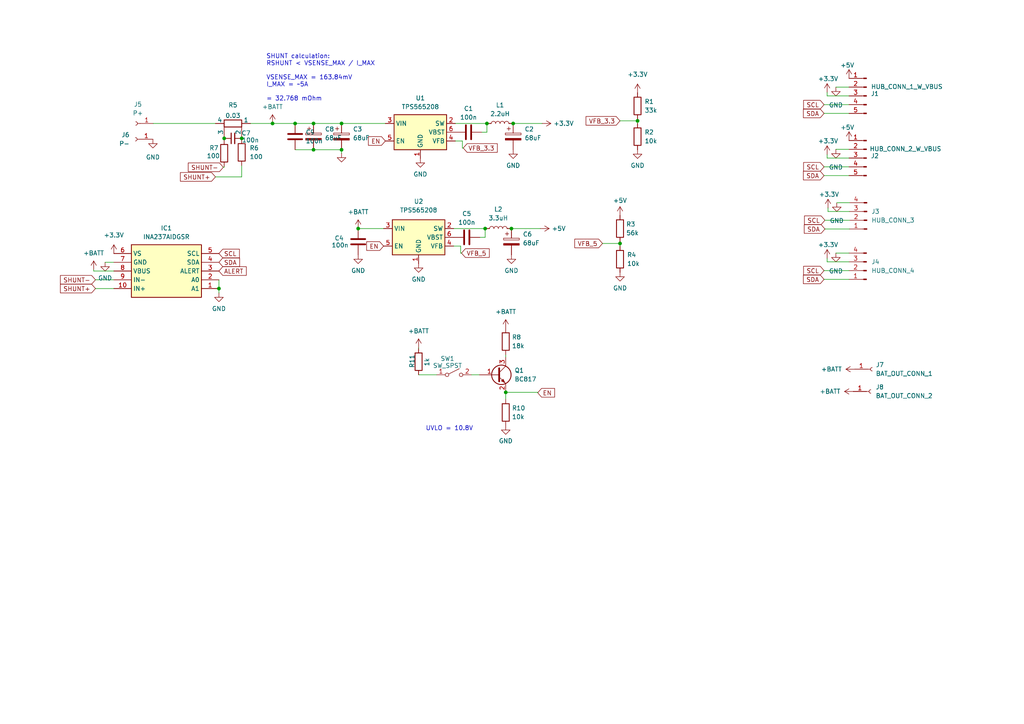
<source format=kicad_sch>
(kicad_sch (version 20230121) (generator eeschema)
  (paper "A4")
  (lib_symbols
    (symbol "Connector:Conn_01x01_Socket" (pin_names (offset 1.016) hide)
      (property "Reference" "J" (at 0 2.54 0))
      (property "Value" "Conn_01x01_Socket" (at 0 -2.54 0))
      (symbol "Conn_01x01_Socket_1_1"
        (polyline (pts (xy -1.27 0) (xy -0.508 0)) (stroke (width 0.1524)))
        (arc (start 0 0.508) (mid -0.5058 0) (end 0 -0.508) (stroke (width 0.1524)))
        (pin passive line (at -5.08 0 0) (length 3.81) (name "Pin_1") (number "1"))
      )
    )
    (symbol "Connector:Conn_01x04_Pin" (pin_names (offset 1.016) hide)
      (property "Reference" "J" (at 0 5.08 0))
      (property "Value" "Conn_01x04_Pin" (at 0 -7.62 0))
      (symbol "Conn_01x04_Pin_1_1"
        (polyline (pts (xy 1.27 -5.08) (xy 0.8636 -5.08)) (stroke (width 0.1524)))
        (polyline (pts (xy 1.27 -2.54) (xy 0.8636 -2.54)) (stroke (width 0.1524)))
        (polyline (pts (xy 1.27 0) (xy 0.8636 0)) (stroke (width 0.1524)))
        (polyline (pts (xy 1.27 2.54) (xy 0.8636 2.54)) (stroke (width 0.1524)))
        (rectangle (start 0.8636 -4.953) (end 0 -5.207) (stroke (width 0.1524)) (fill (type outline)))
        (rectangle (start 0.8636 -2.413) (end 0 -2.667) (stroke (width 0.1524)) (fill (type outline)))
        (rectangle (start 0.8636 0.127) (end 0 -0.127) (stroke (width 0.1524)) (fill (type outline)))
        (rectangle (start 0.8636 2.667) (end 0 2.413) (stroke (width 0.1524)) (fill (type outline)))
        (pin passive line (at 5.08 2.54 180) (length 3.81) (name "Pin_1") (number "1"))
        (pin passive line (at 5.08 0 180) (length 3.81) (name "Pin_2") (number "2"))
        (pin passive line (at 5.08 -2.54 180) (length 3.81) (name "Pin_3") (number "3"))
        (pin passive line (at 5.08 -5.08 180) (length 3.81) (name "Pin_4") (number "4"))
      )
    )
    (symbol "Connector:Conn_01x05_Pin" (pin_names (offset 1.016) hide)
      (property "Reference" "J" (at 0 7.62 0))
      (property "Value" "Conn_01x05_Pin" (at 0 -7.62 0))
      (symbol "Conn_01x05_Pin_1_1"
        (polyline (pts (xy 1.27 -5.08) (xy 0.8636 -5.08)) (stroke (width 0.1524)))
        (polyline (pts (xy 1.27 -2.54) (xy 0.8636 -2.54)) (stroke (width 0.1524)))
        (polyline (pts (xy 1.27 0) (xy 0.8636 0)) (stroke (width 0.1524)))
        (polyline (pts (xy 1.27 2.54) (xy 0.8636 2.54)) (stroke (width 0.1524)))
        (polyline (pts (xy 1.27 5.08) (xy 0.8636 5.08)) (stroke (width 0.1524)))
        (rectangle (start 0.8636 -4.953) (end 0 -5.207) (stroke (width 0.1524)) (fill (type outline)))
        (rectangle (start 0.8636 -2.413) (end 0 -2.667) (stroke (width 0.1524)) (fill (type outline)))
        (rectangle (start 0.8636 0.127) (end 0 -0.127) (stroke (width 0.1524)) (fill (type outline)))
        (rectangle (start 0.8636 2.667) (end 0 2.413) (stroke (width 0.1524)) (fill (type outline)))
        (rectangle (start 0.8636 5.207) (end 0 4.953) (stroke (width 0.1524)) (fill (type outline)))
        (pin passive line (at 5.08 5.08 180) (length 3.81) (name "Pin_1") (number "1"))
        (pin passive line (at 5.08 2.54 180) (length 3.81) (name "Pin_2") (number "2"))
        (pin passive line (at 5.08 0 180) (length 3.81) (name "Pin_3") (number "3"))
        (pin passive line (at 5.08 -2.54 180) (length 3.81) (name "Pin_4") (number "4"))
        (pin passive line (at 5.08 -5.08 180) (length 3.81) (name "Pin_5") (number "5"))
      )
    )
    (symbol "Device:C" (pin_numbers hide) (pin_names (offset 0.254))
      (property "Reference" "C" (at 0.635 2.54 0))
      (property "Value" "C" (at 0.635 -2.54 0))
      (symbol "C_0_1"
        (polyline (pts (xy -2.032 -0.762) (xy 2.032 -0.762)) (stroke (width 0.508)))
        (polyline (pts (xy -2.032 0.762) (xy 2.032 0.762)) (stroke (width 0.508)))
      )
      (symbol "C_1_1"
        (pin passive line (at 0 3.81 270) (length 2.794) (name "~") (number "1"))
        (pin passive line (at 0 -3.81 90) (length 2.794) (name "~") (number "2"))
      )
    )
    (symbol "Device:C_Polarized" (pin_numbers hide) (pin_names (offset 0.254))
      (property "Reference" "C" (at 0.635 2.54 0))
      (property "Value" "C_Polarized" (at 0.635 -2.54 0))
      (symbol "C_Polarized_0_1"
        (rectangle (start -2.286 0.508) (end 2.286 1.016))
        (polyline (pts (xy -1.778 2.286) (xy -0.762 2.286)))
        (polyline (pts (xy -1.27 2.794) (xy -1.27 1.778)))
        (rectangle (start 2.286 -0.508) (end -2.286 -1.016) (fill (type outline)))
      )
      (symbol "C_Polarized_1_1"
        (pin passive line (at 0 3.81 270) (length 2.794) (name "~") (number "1"))
        (pin passive line (at 0 -3.81 90) (length 2.794) (name "~") (number "2"))
      )
    )
    (symbol "Device:C_Small" (pin_numbers hide) (pin_names (offset 0.254) hide)
      (property "Reference" "C" (at 0.254 1.778 0))
      (property "Value" "C_Small" (at 0.254 -2.032 0))
      (symbol "C_Small_0_1"
        (polyline (pts (xy -1.524 -0.508) (xy 1.524 -0.508)) (stroke (width 0.3302)))
        (polyline (pts (xy -1.524 0.508) (xy 1.524 0.508)) (stroke (width 0.3048)))
      )
      (symbol "C_Small_1_1"
        (pin passive line (at 0 2.54 270) (length 2.032) (name "~") (number "1"))
        (pin passive line (at 0 -2.54 90) (length 2.032) (name "~") (number "2"))
      )
    )
    (symbol "Device:L" (pin_numbers hide) (pin_names (offset 1.016) hide)
      (property "Reference" "L" (at -1.27 0 90))
      (property "Value" "L" (at 1.905 0 90))
      (symbol "L_0_1"
        (arc (start 0 -2.54) (mid 0.6323 -1.905) (end 0 -1.27))
        (arc (start 0 -1.27) (mid 0.6323 -0.635) (end 0 0))
        (arc (start 0 0) (mid 0.6323 0.635) (end 0 1.27))
        (arc (start 0 1.27) (mid 0.6323 1.905) (end 0 2.54))
      )
      (symbol "L_1_1"
        (pin passive line (at 0 3.81 270) (length 1.27) (name "1") (number "1"))
        (pin passive line (at 0 -3.81 90) (length 1.27) (name "2") (number "2"))
      )
    )
    (symbol "Device:R" (pin_numbers hide) (pin_names (offset 0))
      (property "Reference" "R" (at 2.032 0 90))
      (property "Value" "R" (at 0 0 90))
      (symbol "R_0_1"
        (rectangle (start -1.016 -2.54) (end 1.016 2.54) (stroke (width 0.254)))
      )
      (symbol "R_1_1"
        (pin passive line (at 0 3.81 270) (length 1.27) (name "~") (number "1"))
        (pin passive line (at 0 -3.81 90) (length 1.27) (name "~") (number "2"))
      )
    )
    (symbol "Device:R_Shunt" (pin_numbers hide) (pin_names (offset 0))
      (property "Reference" "R" (at -4.445 0 90))
      (property "Value" "R_Shunt" (at -2.54 0 90))
      (symbol "R_Shunt_0_1"
        (rectangle (start -1.016 -2.54) (end 1.016 2.54) (stroke (width 0.254)))
        (polyline (pts (xy 0 -2.54) (xy 1.27 -2.54)))
        (polyline (pts (xy 1.27 2.54) (xy 0 2.54)))
      )
      (symbol "R_Shunt_1_1"
        (pin passive line (at 0 5.08 270) (length 2.54) (name "1") (number "1"))
        (pin passive line (at 3.81 2.54 180) (length 2.54) (name "2") (number "2"))
        (pin passive line (at 3.81 -2.54 180) (length 2.54) (name "3") (number "3"))
        (pin passive line (at 0 -5.08 90) (length 2.54) (name "4") (number "4"))
      )
    )
    (symbol "PowerHub_libs:INA237AIDGSR"
      (property "Reference" "IC" (at 26.67 7.62 0))
      (property "Value" "INA237AIDGSR" (at 26.67 5.08 0))
      (symbol "INA237AIDGSR_1_1"
        (rectangle (start 5.08 2.54) (end 25.4 -12.7) (stroke (width 0.254)) (fill (type background)))
        (pin input line (at 0 0 0) (length 5.08) (name "A1") (number "1"))
        (pin input line (at 30.48 0 180) (length 5.08) (name "IN+") (number "10"))
        (pin input line (at 0 -2.54 0) (length 5.08) (name "A0") (number "2"))
        (pin output line (at 0 -5.08 0) (length 5.08) (name "ALERT") (number "3"))
        (pin bidirectional line (at 0 -7.62 0) (length 5.08) (name "SDA") (number "4"))
        (pin input line (at 0 -10.16 0) (length 5.08) (name "SCL") (number "5"))
        (pin power_in line (at 30.48 -10.16 180) (length 5.08) (name "VS") (number "6"))
        (pin power_in line (at 30.48 -7.62 180) (length 5.08) (name "GND") (number "7"))
        (pin input line (at 30.48 -5.08 180) (length 5.08) (name "VBUS") (number "8"))
        (pin input line (at 30.48 -2.54 180) (length 5.08) (name "IN-") (number "9"))
      )
    )
    (symbol "Regulator_Switching:TPS565208"
      (property "Reference" "U" (at -7.62 6.35 0))
      (property "Value" "TPS565208" (at -2.54 6.35 0))
      (symbol "TPS565208_0_1"
        (rectangle (start -7.62 5.08) (end 7.62 -5.08) (stroke (width 0.254)) (fill (type background)))
      )
      (symbol "TPS565208_1_1"
        (pin power_in line (at 0 -7.62 90) (length 2.54) (name "GND") (number "1"))
        (pin output line (at 10.16 2.54 180) (length 2.54) (name "SW") (number "2"))
        (pin power_in line (at -10.16 2.54 0) (length 2.54) (name "VIN") (number "3"))
        (pin input line (at 10.16 -2.54 180) (length 2.54) (name "VFB") (number "4"))
        (pin input line (at -10.16 -2.54 0) (length 2.54) (name "EN") (number "5"))
        (pin passive line (at 10.16 0 180) (length 2.54) (name "VBST") (number "6"))
      )
    )
    (symbol "Switch:SW_SPST" (pin_names (offset 0) hide)
      (property "Reference" "SW" (at 0 3.175 0))
      (property "Value" "SW_SPST" (at 0 -2.54 0))
      (symbol "SW_SPST_0_0"
        (circle (center -2.032 0) (radius 0.508))
        (polyline (pts (xy -1.524 0.254) (xy 1.524 1.778)))
        (circle (center 2.032 0) (radius 0.508))
      )
      (symbol "SW_SPST_1_1"
        (pin passive line (at -5.08 0 0) (length 2.54) (name "A") (number "1"))
        (pin passive line (at 5.08 0 180) (length 2.54) (name "B") (number "2"))
      )
    )
    (symbol "Transistor_BJT:BC817" (pin_names (offset 0) hide)
      (property "Reference" "Q" (at 5.08 1.905 0))
      (property "Value" "BC817" (at 5.08 0 0))
      (symbol "BC817_0_1"
        (polyline (pts (xy 0.635 0.635) (xy 2.54 2.54)))
        (polyline (pts (xy 0.635 -0.635) (xy 2.54 -2.54) (xy 2.54 -2.54)))
        (polyline (pts (xy 0.635 1.905) (xy 0.635 -1.905) (xy 0.635 -1.905)) (stroke (width 0.508)))
        (polyline (pts (xy 1.27 -1.778) (xy 1.778 -1.27) (xy 2.286 -2.286) (xy 1.27 -1.778) (xy 1.27 -1.778)) (fill (type outline)))
        (circle (center 1.27 0) (radius 2.8194) (stroke (width 0.254)))
      )
      (symbol "BC817_1_1"
        (pin input line (at -5.08 0 0) (length 5.715) (name "B") (number "1"))
        (pin passive line (at 2.54 -5.08 90) (length 2.54) (name "E") (number "2"))
        (pin passive line (at 2.54 5.08 270) (length 2.54) (name "C") (number "3"))
      )
    )
    (symbol "power:+3.3V" (power) (pin_names (offset 0))
      (property "Value" "+3.3V" (at 0 3.556 0))
      (symbol "+3.3V_0_1"
        (polyline (pts (xy -0.762 1.27) (xy 0 2.54)))
        (polyline (pts (xy 0 0) (xy 0 2.54)))
        (polyline (pts (xy 0 2.54) (xy 0.762 1.27)))
      )
      (symbol "+3.3V_1_1"
        (pin power_in line (at 0 0 90) (length 0) hide (name "+3.3V") (number "1"))
      )
    )
    (symbol "power:+5V" (power) (pin_names (offset 0))
      (property "Value" "+5V" (at 0 3.556 0))
      (symbol "+5V_0_1"
        (polyline (pts (xy -0.762 1.27) (xy 0 2.54)))
        (polyline (pts (xy 0 0) (xy 0 2.54)))
        (polyline (pts (xy 0 2.54) (xy 0.762 1.27)))
      )
      (symbol "+5V_1_1"
        (pin power_in line (at 0 0 90) (length 0) hide (name "+5V") (number "1"))
      )
    )
    (symbol "power:+BATT" (power) (pin_names (offset 0))
      (property "Value" "+BATT" (at 0 3.556 0))
      (symbol "+BATT_0_1"
        (polyline (pts (xy -0.762 1.27) (xy 0 2.54)))
        (polyline (pts (xy 0 0) (xy 0 2.54)))
        (polyline (pts (xy 0 2.54) (xy 0.762 1.27)))
      )
      (symbol "+BATT_1_1"
        (pin power_in line (at 0 0 90) (length 0) hide (name "+BATT") (number "1"))
      )
    )
    (symbol "power:GND" (power) (pin_names (offset 0))
      (property "Value" "GND" (at 0 -3.81 0))
      (symbol "GND_0_1"
        (polyline (pts (xy 0 0) (xy 0 -1.27) (xy 1.27 -1.27) (xy 0 -2.54) (xy -1.27 -1.27) (xy 0 -1.27)))
      )
      (symbol "GND_1_1"
        (pin power_in line (at 0 0 270) (length 0) hide (name "GND") (number "1"))
      )
    )
  )
  (junction (at 148.844 35.814))
  (junction (at 146.685 113.792))
  (junction (at 99.06 43.434))
  (junction (at 99.06 35.814))
  (junction (at 63.5 83.693))
  (junction (at 65.024 40.132))
  (junction (at 141.224 35.814))
  (junction (at 148.336 66.294))
  (junction (at 179.832 70.612))
  (junction (at 184.912 35.052))
  (junction (at 140.716 66.294))
  (junction (at 85.598 35.814))
  (junction (at 90.932 35.814))
  (junction (at 79.0448 35.814))
  (junction (at 103.886 66.294))
  (junction (at 70.104 40.132))
  (junction (at 90.932 43.434))
  (wire (pts (xy 132.08 35.814) (xy 141.224 35.814)))
  (wire (pts (xy 146.685 113.792) (xy 146.685 115.824)))
  (wire (pts (xy 246.253 27.813) (xy 239.903 27.813)))
  (wire (pts (xy 239.268 63.881) (xy 246.38 63.881)))
  (wire (pts (xy 246.253 78.486) (xy 239.014 78.486)))
  (wire (pts (xy 64.77 48.514) (xy 65.024 48.514)))
  (wire (pts (xy 44.45 35.814) (xy 62.484 35.814)))
  (wire (pts (xy 99.06 43.434) (xy 99.06 44.45)))
  (wire (pts (xy 239.268 66.421) (xy 246.38 66.421)))
  (wire (pts (xy 242.443 25.273) (xy 246.253 25.273)))
  (wire (pts (xy 70.104 40.386) (xy 70.104 40.132)))
  (wire (pts (xy 131.572 66.294) (xy 140.716 66.294)))
  (wire (pts (xy 133.604 71.374) (xy 131.572 71.374)))
  (wire (pts (xy 239.014 32.893) (xy 246.253 32.893)))
  (wire (pts (xy 133.604 73.406) (xy 133.604 71.374)))
  (wire (pts (xy 121.412 100.838) (xy 121.412 101.092)))
  (wire (pts (xy 65.024 40.64) (xy 65.024 40.132)))
  (wire (pts (xy 140.716 68.834) (xy 140.716 66.294)))
  (wire (pts (xy 134.112 42.926) (xy 134.366 42.926)))
  (wire (pts (xy 70.104 40.132) (xy 70.104 39.624)))
  (wire (pts (xy 239.903 75.946) (xy 239.903 74.93)))
  (wire (pts (xy 242.697 58.801) (xy 246.38 58.801)))
  (wire (pts (xy 85.598 43.434) (xy 90.932 43.434)))
  (wire (pts (xy 30.48 76.073) (xy 33.02 76.073)))
  (wire (pts (xy 121.412 108.712) (xy 126.619 108.712)))
  (wire (pts (xy 79.0448 35.814) (xy 85.598 35.814)))
  (wire (pts (xy 27.686 83.693) (xy 33.02 83.693)))
  (wire (pts (xy 246.253 30.353) (xy 239.014 30.353)))
  (wire (pts (xy 246.253 48.387) (xy 239.014 48.387)))
  (wire (pts (xy 62.484 51.308) (xy 70.104 51.308)))
  (wire (pts (xy 239.903 27.813) (xy 239.903 26.797)))
  (wire (pts (xy 139.7 38.354) (xy 141.224 38.354)))
  (wire (pts (xy 134.112 40.894) (xy 132.08 40.894)))
  (wire (pts (xy 239.014 50.927) (xy 246.253 50.927)))
  (wire (pts (xy 179.832 70.612) (xy 179.832 71.374)))
  (wire (pts (xy 139.192 68.834) (xy 140.716 68.834)))
  (wire (pts (xy 90.932 43.434) (xy 99.06 43.434)))
  (wire (pts (xy 246.253 45.847) (xy 239.903 45.847)))
  (wire (pts (xy 65.024 40.132) (xy 65.024 39.624)))
  (wire (pts (xy 63.5 81.153) (xy 63.5 83.693)))
  (wire (pts (xy 146.685 103.632) (xy 146.685 102.87)))
  (wire (pts (xy 27.178 78.232) (xy 27.178 78.613)))
  (wire (pts (xy 63.5 83.693) (xy 63.5 84.963)))
  (wire (pts (xy 27.686 81.153) (xy 33.02 81.153)))
  (wire (pts (xy 155.956 113.919) (xy 155.956 113.792)))
  (wire (pts (xy 240.157 61.341) (xy 246.38 61.341)))
  (wire (pts (xy 240.157 61.341) (xy 240.157 60.325)))
  (wire (pts (xy 239.903 45.847) (xy 239.903 44.831)))
  (wire (pts (xy 72.644 35.814) (xy 79.0448 35.814)))
  (wire (pts (xy 155.956 113.792) (xy 146.685 113.792)))
  (wire (pts (xy 179.832 35.052) (xy 184.912 35.052)))
  (wire (pts (xy 99.06 35.814) (xy 111.76 35.814)))
  (wire (pts (xy 157.226 35.814) (xy 148.844 35.814)))
  (wire (pts (xy 85.598 35.814) (xy 90.932 35.814)))
  (wire (pts (xy 90.932 35.814) (xy 99.06 35.814)))
  (wire (pts (xy 27.178 78.613) (xy 33.02 78.613)))
  (wire (pts (xy 103.886 66.294) (xy 111.252 66.294)))
  (wire (pts (xy 65.024 48.514) (xy 65.024 48.26)))
  (wire (pts (xy 156.718 66.294) (xy 148.336 66.294)))
  (wire (pts (xy 133.604 73.406) (xy 133.858 73.406)))
  (wire (pts (xy 184.912 34.544) (xy 184.912 35.052)))
  (wire (pts (xy 184.912 35.052) (xy 184.912 35.814)))
  (wire (pts (xy 179.832 70.104) (xy 179.832 70.612)))
  (wire (pts (xy 242.443 43.307) (xy 246.253 43.307)))
  (wire (pts (xy 70.104 51.308) (xy 70.104 48.006)))
  (wire (pts (xy 134.112 42.926) (xy 134.112 40.894)))
  (wire (pts (xy 139.065 108.712) (xy 136.779 108.712)))
  (wire (pts (xy 239.014 81.026) (xy 246.253 81.026)))
  (wire (pts (xy 246.253 75.946) (xy 239.903 75.946)))
  (wire (pts (xy 141.224 38.354) (xy 141.224 35.814)))
  (wire (pts (xy 242.443 73.406) (xy 246.253 73.406)))
  (wire (pts (xy 174.752 70.612) (xy 179.832 70.612)))
  (text "UVLO = 10.8V" (at 123.444 125.095 0) (effects (font (size 1.27 1.27)) (justify left bottom)))
  (text "SHUNT calculation:\nRSHUNT < VSENSE_MAX / I_MAX\n\nVSENSE_MAX = 163.84mV\nI_MAX = ~5A\n\n= 32.768 mOhm" (at 77.216 29.464 0) (effects (font (size 1.27 1.27)) (justify left bottom)))
  (global_label "SCL" (shape input) (at 239.014 30.353 180) (property "Intersheetrefs" "${INTERSHEET_REFS}" (effects hide)))
  (global_label "VFB_5" (shape input) (at 174.752 70.612 180) (property "Intersheetrefs" "${INTERSHEET_REFS}" (effects hide)))
  (global_label "SHUNT-" (shape input) (at 27.686 81.153 180) (property "Intersheetrefs" "${INTERSHEET_REFS}" (effects hide)))
  (global_label "SCL" (shape input) (at 239.014 78.486 180) (property "Intersheetrefs" "${INTERSHEET_REFS}" (effects hide)))
  (global_label "SDA" (shape input) (at 239.014 50.927 180) (property "Intersheetrefs" "${INTERSHEET_REFS}" (effects hide)))
  (global_label "VFB_3.3" (shape input) (at 134.366 42.926 0) (property "Intersheetrefs" "${INTERSHEET_REFS}" (effects hide)))
  (global_label "SDA" (shape input) (at 63.5 76.073 0) (property "Intersheetrefs" "${INTERSHEET_REFS}" (effects hide)))
  (global_label "SDA" (shape input) (at 239.014 81.026 180) (property "Intersheetrefs" "${INTERSHEET_REFS}" (effects hide)))
  (global_label "SHUNT+" (shape input) (at 27.686 83.693 180) (property "Intersheetrefs" "${INTERSHEET_REFS}" (effects hide)))
  (global_label "SCL" (shape input) (at 239.268 63.881 180) (property "Intersheetrefs" "${INTERSHEET_REFS}" (effects hide)))
  (global_label "EN" (shape input) (at 111.252 71.374 180) (property "Intersheetrefs" "${INTERSHEET_REFS}" (effects hide)))
  (global_label "SDA" (shape input) (at 239.268 66.421 180) (property "Intersheetrefs" "${INTERSHEET_REFS}" (effects hide)))
  (global_label "SDA" (shape input) (at 239.014 32.893 180) (property "Intersheetrefs" "${INTERSHEET_REFS}" (effects hide)))
  (global_label "SHUNT+" (shape input) (at 62.484 51.308 180) (property "Intersheetrefs" "${INTERSHEET_REFS}" (effects hide)))
  (global_label "EN" (shape input) (at 111.76 40.894 180) (property "Intersheetrefs" "${INTERSHEET_REFS}" (effects hide)))
  (global_label "EN" (shape input) (at 155.956 113.919 0) (property "Intersheetrefs" "${INTERSHEET_REFS}" (effects hide)))
  (global_label "SHUNT-" (shape input) (at 64.77 48.514 180) (property "Intersheetrefs" "${INTERSHEET_REFS}" (effects hide)))
  (global_label "VFB_5" (shape input) (at 133.858 73.406 0) (property "Intersheetrefs" "${INTERSHEET_REFS}" (effects hide)))
  (global_label "VFB_3.3" (shape input) (at 179.832 35.052 180) (property "Intersheetrefs" "${INTERSHEET_REFS}" (effects hide)))
  (global_label "SCL" (shape input) (at 63.5 73.533 0) (property "Intersheetrefs" "${INTERSHEET_REFS}" (effects hide)))
  (global_label "ALERT" (shape input) (at 63.5 78.613 0) (property "Intersheetrefs" "${INTERSHEET_REFS}" (effects hide)))
  (global_label "SCL" (shape input) (at 239.014 48.387 180) (property "Intersheetrefs" "${INTERSHEET_REFS}" (effects hide)))
  (symbol (lib_id "Regulator_Switching:TPS565208") (at 121.92 38.354 0) (unit 1)
    (property "Reference" "U1" (at 121.92 28.448 0))
    (property "Value" "TPS565208" (at 121.92 30.988 0))
    (property "Footprint" "Package_TO_SOT_SMD:SOT-23-6" (effects hide))
    (property "Datasheet" "http://www.ti.com/lit/ds/symlink/tps565208.pdf" (effects hide))
  )
  (symbol (lib_id "power:GND") (at 121.92 45.974 0) (unit 1)
    (property "Reference" "#PWR02" (effects hide))
    (property "Value" "GND" (at 121.92 50.546 0))
  )
  (symbol (lib_id "Connector:Conn_01x05_Pin") (at 251.333 27.813 0) (mirror y) (unit 1)
    (property "Reference" "J1" (at 253.746 27.178 0))
    (property "Value" "HUB_CONN_1_W_VBUS" (at 263.017 25.146 0))
  )
  (symbol (lib_id "Connector:Conn_01x04_Pin") (at 251.333 78.486 180) (unit 1)
    (property "Reference" "J4" (at 252.73 75.946 0) (effects (justify right)))
    (property "Value" "HUB_CONN_4" (at 252.73 78.486 0) (effects (justify right)))
  )
  (symbol (lib_id "Switch:SW_SPST") (at 131.699 108.712 0) (unit 1)
    (property "Reference" "SW1" (at 129.794 104.013 0))
    (property "Value" "SW_SPST" (at 129.794 106.045 0))
  )
  (symbol (lib_id "Device:R") (at 146.685 99.06 0) (unit 1)
    (property "Reference" "R8" (at 148.463 97.79 0) (effects (justify left)))
    (property "Value" "18k" (at 148.463 100.33 0) (effects (justify left)))
  )
  (symbol (lib_id "Device:R") (at 184.912 39.624 0) (unit 1)
    (property "Reference" "R2" (at 186.944 38.354 0) (effects (justify left)))
    (property "Value" "10k" (at 186.944 40.894 0) (effects (justify left)))
  )
  (symbol (lib_id "Connector:Conn_01x04_Pin") (at 251.46 63.881 180) (unit 1)
    (property "Reference" "J3" (at 252.73 61.341 0) (effects (justify right)))
    (property "Value" "HUB_CONN_3" (at 252.73 63.881 0) (effects (justify right)))
  )
  (symbol (lib_id "power:GND") (at 148.336 73.914 0) (unit 1)
    (property "Reference" "#PWR011" (effects hide))
    (property "Value" "GND" (at 148.336 78.486 0))
  )
  (symbol (lib_id "Device:R") (at 179.832 66.294 0) (unit 1)
    (property "Reference" "R3" (at 181.61 65.024 0) (effects (justify left)))
    (property "Value" "56k" (at 181.61 67.564 0) (effects (justify left)))
  )
  (symbol (lib_id "power:GND") (at 242.697 58.801 0) (unit 1)
    (property "Reference" "#PWR027" (effects hide))
    (property "Value" "GND" (at 242.697 64.008 0))
  )
  (symbol (lib_id "power:GND") (at 146.685 123.444 0) (unit 1)
    (property "Reference" "#PWR08" (effects hide))
    (property "Value" "GND" (at 146.685 127.889 0))
  )
  (symbol (lib_id "power:GND") (at 242.443 73.406 0) (unit 1)
    (property "Reference" "#PWR029" (effects hide))
    (property "Value" "GND" (at 242.443 78.613 0))
  )
  (symbol (lib_id "Device:R") (at 179.832 75.184 0) (unit 1)
    (property "Reference" "R4" (at 181.864 73.914 0) (effects (justify left)))
    (property "Value" "10k" (at 181.864 76.454 0) (effects (justify left)))
  )
  (symbol (lib_id "power:+BATT") (at 121.412 100.838 0) (unit 1)
    (property "Reference" "#PWR034" (effects hide))
    (property "Value" "+BATT" (at 121.412 96.012 0))
  )
  (symbol (lib_id "power:+3.3V") (at 33.02 73.533 0) (unit 1)
    (property "Reference" "#PWR016" (effects hide))
    (property "Value" "+3.3V" (at 33.02 68.199 0))
  )
  (symbol (lib_id "Device:R") (at 184.912 30.734 0) (unit 1)
    (property "Reference" "R1" (at 186.944 29.464 0) (effects (justify left)))
    (property "Value" "33k" (at 186.944 32.004 0) (effects (justify left)))
  )
  (symbol (lib_id "Device:R") (at 121.412 104.902 180) (unit 1)
    (property "Reference" "R11" (at 119.507 104.775 90))
    (property "Value" "1k" (at 123.825 105.029 90))
  )
  (symbol (lib_id "power:+3.3V") (at 239.903 74.93 0) (unit 1)
    (property "Reference" "#PWR028" (effects hide))
    (property "Value" "+3.3V" (at 237.236 70.993 0) (effects (justify left)))
  )
  (symbol (lib_id "power:+BATT") (at 146.685 95.25 0) (unit 1)
    (property "Reference" "#PWR033" (effects hide))
    (property "Value" "+BATT" (at 146.685 90.424 0))
  )
  (symbol (lib_id "power:+5V") (at 246.253 40.767 0) (unit 1)
    (property "Reference" "#PWR023" (effects hide))
    (property "Value" "+5V" (at 243.713 36.957 0) (effects (justify left)))
  )
  (symbol (lib_id "Connector:Conn_01x01_Socket") (at 39.37 35.814 180) (unit 1)
    (property "Reference" "J5" (at 40.005 30.2768 0))
    (property "Value" "P+" (at 40.005 32.8168 0))
  )
  (symbol (lib_id "power:+5V") (at 156.718 66.294 270) (unit 1)
    (property "Reference" "#PWR012" (effects hide))
    (property "Value" "+5V" (at 160.02 66.294 90) (effects (justify left)))
  )
  (symbol (lib_id "power:+BATT") (at 103.886 66.294 0) (unit 1)
    (property "Reference" "#PWR032" (effects hide))
    (property "Value" "+BATT" (at 103.886 61.468 0))
  )
  (symbol (lib_id "power:+BATT") (at 247.904 107.0864 90) (unit 1)
    (property "Reference" "#PWR025" (effects hide))
    (property "Value" "+BATT" (at 244.221 107.0864 90) (effects (justify left)))
  )
  (symbol (lib_id "Device:C_Polarized") (at 148.336 70.104 0) (unit 1)
    (property "Reference" "C6" (at 151.638 67.945 0) (effects (justify left)))
    (property "Value" "68uF" (at 151.638 70.485 0) (effects (justify left)))
  )
  (symbol (lib_id "Device:R") (at 65.024 44.45 0) (unit 1)
    (property "Reference" "R7" (at 60.706 42.926 0) (effects (justify left)))
    (property "Value" "100" (at 59.944 45.212 0) (effects (justify left)))
  )
  (symbol (lib_id "power:+BATT") (at 27.178 78.232 0) (unit 1)
    (property "Reference" "#PWR031" (effects hide))
    (property "Value" "+BATT" (at 27.178 73.406 0))
  )
  (symbol (lib_id "Connector:Conn_01x01_Socket") (at 252.984 107.0864 0) (unit 1)
    (property "Reference" "J7" (at 254 105.8164 0) (effects (justify left)))
    (property "Value" "BAT_OUT_CONN_1" (at 254 108.3564 0) (effects (justify left)))
  )
  (symbol (lib_id "Connector:Conn_01x05_Pin") (at 251.333 45.847 0) (mirror y) (unit 1)
    (property "Reference" "J2" (at 253.746 45.212 0))
    (property "Value" "HUB_CONN_2_W_VBUS" (at 262.636 43.18 0))
  )
  (symbol (lib_id "Device:C_Polarized") (at 99.06 39.624 0) (unit 1)
    (property "Reference" "C3" (at 102.362 37.465 0) (effects (justify left)))
    (property "Value" "68uF" (at 102.362 40.005 0) (effects (justify left)))
  )
  (symbol (lib_id "power:GND") (at 103.886 73.914 0) (unit 1)
    (property "Reference" "#PWR09" (effects hide))
    (property "Value" "GND" (at 103.886 78.486 0))
  )
  (symbol (lib_id "Device:L") (at 144.526 66.294 90) (unit 1)
    (property "Reference" "L2" (at 144.526 60.706 90))
    (property "Value" "3.3uH" (at 144.526 63.246 90))
  )
  (symbol (lib_id "power:GND") (at 121.412 76.454 0) (unit 1)
    (property "Reference" "#PWR010" (effects hide))
    (property "Value" "GND" (at 121.412 81.026 0))
  )
  (symbol (lib_id "power:GND") (at 242.443 25.273 0) (unit 1)
    (property "Reference" "#PWR019" (effects hide))
    (property "Value" "GND" (at 242.443 30.48 0))
  )
  (symbol (lib_id "Device:C") (at 85.598 39.624 180) (unit 1)
    (property "Reference" "C9" (at 88.646 38.354 0) (effects (justify right)))
    (property "Value" "100n" (at 88.646 40.894 0) (effects (justify right)))
  )
  (symbol (lib_id "Regulator_Switching:TPS565208") (at 121.412 68.834 0) (unit 1)
    (property "Reference" "U2" (at 121.412 58.42 0))
    (property "Value" "TPS565208" (at 121.412 60.96 0))
    (property "Footprint" "Package_TO_SOT_SMD:SOT-23-6" (effects hide))
    (property "Datasheet" "http://www.ti.com/lit/ds/symlink/tps565208.pdf" (effects hide))
  )
  (symbol (lib_id "Device:C_Small") (at 67.564 40.132 90) (unit 1)
    (property "Reference" "C7" (at 71.374 38.608 90))
    (property "Value" "100n" (at 72.644 40.64 90))
  )
  (symbol (lib_id "power:GND") (at 63.5 84.963 0) (unit 1)
    (property "Reference" "#PWR015" (effects hide))
    (property "Value" "GND" (at 63.5 89.535 0))
  )
  (symbol (lib_id "Connector:Conn_01x01_Socket") (at 39.2684 40.386 0) (mirror y) (unit 1)
    (property "Reference" "J6" (at 37.6174 39.116 0) (effects (justify left)))
    (property "Value" "P-" (at 37.6174 41.656 0) (effects (justify left)))
  )
  (symbol (lib_id "power:+3.3V") (at 239.903 44.831 0) (unit 1)
    (property "Reference" "#PWR021" (effects hide))
    (property "Value" "+3.3V" (at 237.236 40.894 0) (effects (justify left)))
  )
  (symbol (lib_id "power:+BATT") (at 79.0448 35.814 0) (unit 1)
    (property "Reference" "#PWR030" (effects hide))
    (property "Value" "+BATT" (at 79.0448 30.988 0))
  )
  (symbol (lib_id "Device:R") (at 146.685 119.634 0) (unit 1)
    (property "Reference" "R10" (at 148.463 118.364 0) (effects (justify left)))
    (property "Value" "10k" (at 148.463 120.904 0) (effects (justify left)))
  )
  (symbol (lib_id "power:GND") (at 184.912 43.434 0) (unit 1)
    (property "Reference" "#PWR05" (effects hide))
    (property "Value" "GND" (at 184.912 48.006 0))
  )
  (symbol (lib_id "Device:C_Polarized") (at 90.932 39.624 0) (unit 1)
    (property "Reference" "C8" (at 94.234 37.465 0) (effects (justify left)))
    (property "Value" "68uF" (at 94.234 40.005 0) (effects (justify left)))
  )
  (symbol (lib_id "power:+3.3V") (at 157.226 35.814 270) (unit 1)
    (property "Reference" "#PWR03" (effects hide))
    (property "Value" "+3.3V" (at 160.528 35.814 90) (effects (justify left)))
  )
  (symbol (lib_id "power:+5V") (at 246.253 22.733 0) (unit 1)
    (property "Reference" "#PWR018" (effects hide))
    (property "Value" "+5V" (at 243.713 18.923 0) (effects (justify left)))
  )
  (symbol (lib_id "Transistor_BJT:BC817") (at 144.145 108.712 0) (unit 1)
    (property "Reference" "Q1" (at 149.225 107.442 0) (effects (justify left)))
    (property "Value" "BC817" (at 149.225 109.982 0) (effects (justify left)))
    (property "Footprint" "Package_TO_SOT_SMD:SOT-23" (effects hide))
    (property "Datasheet" "https://www.onsemi.com/pub/Collateral/BC818-D.pdf" (effects hide))
  )
  (symbol (lib_id "Device:R_Shunt") (at 67.564 35.814 270) (unit 1)
    (property "Reference" "R5" (at 67.564 30.48 90))
    (property "Value" "0.03" (at 67.564 33.528 90))
  )
  (symbol (lib_id "power:+3.3V") (at 239.903 26.797 0) (unit 1)
    (property "Reference" "#PWR020" (effects hide))
    (property "Value" "+3.3V" (at 237.236 22.86 0) (effects (justify left)))
  )
  (symbol (lib_id "Device:C") (at 135.382 68.834 90) (unit 1)
    (property "Reference" "C5" (at 135.382 61.976 90))
    (property "Value" "100n" (at 135.382 64.516 90))
  )
  (symbol (lib_id "Device:L") (at 145.034 35.814 90) (unit 1)
    (property "Reference" "L1" (at 145.034 30.48 90))
    (property "Value" "2.2uH" (at 145.034 33.02 90))
  )
  (symbol (lib_id "power:+BATT") (at 247.4976 113.538 90) (unit 1)
    (property "Reference" "#PWR06" (effects hide))
    (property "Value" "+BATT" (at 243.8146 113.538 90) (effects (justify left)))
  )
  (symbol (lib_id "power:GND") (at 30.48 76.073 0) (unit 1)
    (property "Reference" "#PWR017" (effects hide))
    (property "Value" "GND" (at 30.48 80.645 0))
  )
  (symbol (lib_id "power:GND") (at 242.443 43.307 0) (unit 1)
    (property "Reference" "#PWR022" (effects hide))
    (property "Value" "GND" (at 242.443 48.514 0))
  )
  (symbol (lib_id "Device:C") (at 135.89 38.354 90) (unit 1)
    (property "Reference" "C1" (at 135.89 31.496 90))
    (property "Value" "100n" (at 135.89 34.036 90))
  )
  (symbol (lib_id "Device:R") (at 70.104 44.196 0) (unit 1)
    (property "Reference" "R6" (at 72.39 42.926 0) (effects (justify left)))
    (property "Value" "100" (at 72.39 45.466 0) (effects (justify left)))
  )
  (symbol (lib_id "Device:C_Polarized") (at 148.844 39.624 0) (unit 1)
    (property "Reference" "C2" (at 152.146 37.465 0) (effects (justify left)))
    (property "Value" "68uF" (at 152.146 40.005 0) (effects (justify left)))
  )
  (symbol (lib_id "power:+3.3V") (at 240.157 60.325 0) (unit 1)
    (property "Reference" "#PWR026" (effects hide))
    (property "Value" "+3.3V" (at 237.49 56.388 0) (effects (justify left)))
  )
  (symbol (lib_id "power:GND") (at 179.832 78.994 0) (unit 1)
    (property "Reference" "#PWR014" (effects hide))
    (property "Value" "GND" (at 179.832 83.566 0))
  )
  (symbol (lib_id "power:GND") (at 44.3484 40.386 0) (mirror y) (unit 1)
    (property "Reference" "#PWR024" (effects hide))
    (property "Value" "GND" (at 44.3484 45.593 0))
  )
  (symbol (lib_id "power:GND") (at 148.844 43.434 0) (unit 1)
    (property "Reference" "#PWR01" (effects hide))
    (property "Value" "GND" (at 148.844 48.006 0))
  )
  (symbol (lib_id "Device:C") (at 103.886 70.104 180) (unit 1)
    (property "Reference" "C4" (at 97.028 69.088 0) (effects (justify right)))
    (property "Value" "100n" (at 96.139 71.12 0) (effects (justify right)))
  )
  (symbol (lib_id "power:GND") (at 99.06 44.45 0) (unit 1)
    (property "Reference" "#PWR07" (effects hide))
    (property "Value" "GND" (effects hide))
  )
  (symbol (lib_id "power:+5V") (at 179.832 62.484 0) (unit 1)
    (property "Reference" "#PWR013" (effects hide))
    (property "Value" "+5V" (at 179.832 58.166 0))
  )
  (symbol (lib_id "power:+3.3V") (at 184.912 26.924 0) (unit 1)
    (property "Reference" "#PWR04" (effects hide))
    (property "Value" "+3.3V" (at 184.912 21.59 0))
  )
  (symbol (lib_id "Connector:Conn_01x01_Socket") (at 252.5776 113.538 0) (unit 1)
    (property "Reference" "J8" (at 253.9746 112.268 0) (effects (justify left)))
    (property "Value" "BAT_OUT_CONN_2" (at 253.9746 114.808 0) (effects (justify left)))
  )
  (symbol (lib_id "PowerHub_libs:INA237AIDGSR") (at 63.5 83.693 180) (unit 1)
    (property "Reference" "IC1" (at 48.26 66.167 0))
    (property "Value" "INA237AIDGSR" (at 48.26 68.707 0))
    (property "Footprint" "SOP50P490X110-10N" (effects hide))
    (property "Datasheet" "https://www.ti.com/lit/gpn/INA237" (effects hide))
    (property "Height" "1.1" (effects hide))
    (property "Manufacturer_Name" "Texas Instruments" (effects hide))
    (property "Manufacturer_Part_Number" "INA237AIDGSR" (effects hide))
    (property "Mouser Part Number" "595-INA237AIDGSR" (effects hide))
    (property "Mouser Price/Stock" "https://www.mouser.co.uk/ProductDetail/Texas-Instruments/INA237AIDGSR?qs=CiayqK2gdcIU2cM0wwJ5Kg%3D%3D" (effects hide))
    (property "Arrow Part Number" "INA237AIDGSR" (effects hide))
    (property "Arrow Price/Stock" "https://www.arrow.com/en/products/ina237aidgsr/texas-instruments?region=nac" (effects hide))
  )
)
</source>
